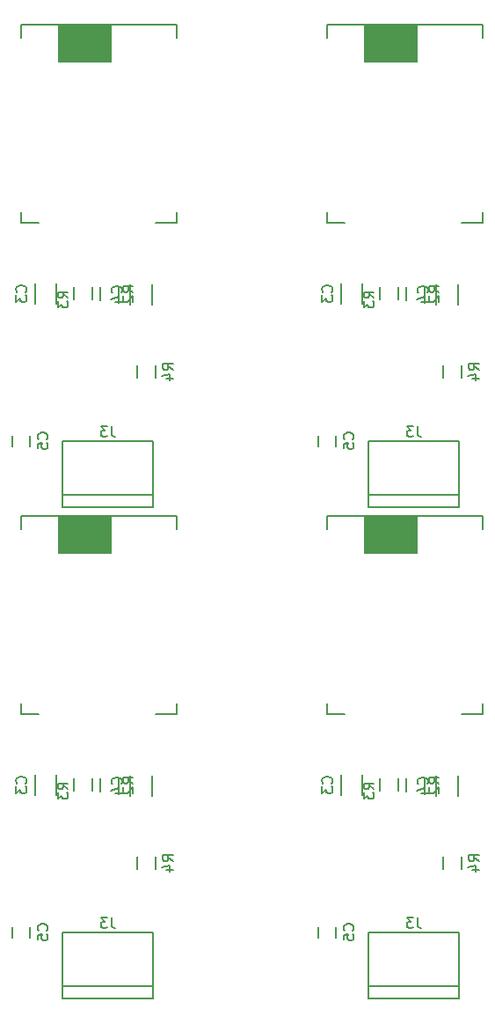
<source format=gbr>
G04 #@! TF.GenerationSoftware,KiCad,Pcbnew,5.0.0-rc2-dev-unknown-ce1bd4c~62~ubuntu16.04.1*
G04 #@! TF.CreationDate,2018-03-08T22:00:34+01:00*
G04 #@! TF.ProjectId,BM20_multi,424D32305F6D756C74692E6B69636164,rev?*
G04 #@! TF.SameCoordinates,Original*
G04 #@! TF.FileFunction,Legend,Bot*
G04 #@! TF.FilePolarity,Positive*
%FSLAX46Y46*%
G04 Gerber Fmt 4.6, Leading zero omitted, Abs format (unit mm)*
G04 Created by KiCad (PCBNEW 5.0.0-rc2-dev-unknown-ce1bd4c~62~ubuntu16.04.1) date Thu Mar  8 22:00:34 2018*
%MOMM*%
%LPD*%
G01*
G04 APERTURE LIST*
%ADD10C,0.150000*%
G04 APERTURE END LIST*
D10*
X111095900Y-120907300D02*
X111095900Y-122907300D01*
X109045900Y-122907300D02*
X109045900Y-120907300D01*
X112790000Y-121269200D02*
X112790000Y-122469200D01*
X114540000Y-122469200D02*
X114540000Y-121269200D01*
X106884100Y-136567800D02*
X106884100Y-135567800D01*
X108584100Y-135567800D02*
X108584100Y-136567800D01*
X115342700Y-121307300D02*
X115342700Y-122507300D01*
X117092700Y-122507300D02*
X117092700Y-121307300D01*
X118240700Y-122989600D02*
X118240700Y-120989600D01*
X120290700Y-120989600D02*
X120290700Y-122989600D01*
X120661400Y-130013000D02*
X120661400Y-128813000D01*
X118911400Y-128813000D02*
X118911400Y-130013000D01*
X120403500Y-142476060D02*
X120403500Y-136071060D01*
X111703500Y-141246060D02*
X120403500Y-141246060D01*
X111703500Y-136071060D02*
X111703500Y-142476060D01*
X120403500Y-136071060D02*
X111703500Y-136071060D01*
X120403500Y-142476060D02*
X111703500Y-142476060D01*
X122682000Y-97312000D02*
X122682000Y-96062000D01*
X107682000Y-97312000D02*
X107682000Y-96062000D01*
G36*
X116382000Y-96062000D02*
X111382000Y-96062000D01*
X111382000Y-99562000D01*
X116382000Y-99562000D01*
X116382000Y-96062000D01*
G37*
X116382000Y-96062000D02*
X111382000Y-96062000D01*
X111382000Y-99562000D01*
X116382000Y-99562000D01*
X116382000Y-96062000D01*
X111382000Y-99562000D02*
X111382000Y-96062000D01*
X116382000Y-99562000D02*
X111382000Y-99562000D01*
X116382000Y-96062000D02*
X116382000Y-99562000D01*
X122682000Y-96062000D02*
X107682000Y-96062000D01*
X107682000Y-115062000D02*
X109382000Y-115062000D01*
X107682000Y-114062000D02*
X107682000Y-115062000D01*
X122682000Y-115062000D02*
X120682000Y-115062000D01*
X122682000Y-114062000D02*
X122682000Y-115062000D01*
X140559900Y-120907300D02*
X140559900Y-122907300D01*
X138509900Y-122907300D02*
X138509900Y-120907300D01*
X142254000Y-121269200D02*
X142254000Y-122469200D01*
X144004000Y-122469200D02*
X144004000Y-121269200D01*
X136348100Y-136567800D02*
X136348100Y-135567800D01*
X138048100Y-135567800D02*
X138048100Y-136567800D01*
X144806700Y-121307300D02*
X144806700Y-122507300D01*
X146556700Y-122507300D02*
X146556700Y-121307300D01*
X147704700Y-122989600D02*
X147704700Y-120989600D01*
X149754700Y-120989600D02*
X149754700Y-122989600D01*
X150125400Y-130013000D02*
X150125400Y-128813000D01*
X148375400Y-128813000D02*
X148375400Y-130013000D01*
X149867500Y-142476060D02*
X149867500Y-136071060D01*
X141167500Y-141246060D02*
X149867500Y-141246060D01*
X141167500Y-136071060D02*
X141167500Y-142476060D01*
X149867500Y-136071060D02*
X141167500Y-136071060D01*
X149867500Y-142476060D02*
X141167500Y-142476060D01*
X152146000Y-97312000D02*
X152146000Y-96062000D01*
X137146000Y-97312000D02*
X137146000Y-96062000D01*
G36*
X145846000Y-96062000D02*
X140846000Y-96062000D01*
X140846000Y-99562000D01*
X145846000Y-99562000D01*
X145846000Y-96062000D01*
G37*
X145846000Y-96062000D02*
X140846000Y-96062000D01*
X140846000Y-99562000D01*
X145846000Y-99562000D01*
X145846000Y-96062000D01*
X140846000Y-99562000D02*
X140846000Y-96062000D01*
X145846000Y-99562000D02*
X140846000Y-99562000D01*
X145846000Y-96062000D02*
X145846000Y-99562000D01*
X152146000Y-96062000D02*
X137146000Y-96062000D01*
X137146000Y-115062000D02*
X138846000Y-115062000D01*
X137146000Y-114062000D02*
X137146000Y-115062000D01*
X152146000Y-115062000D02*
X150146000Y-115062000D01*
X152146000Y-114062000D02*
X152146000Y-115062000D01*
X140559900Y-73663300D02*
X140559900Y-75663300D01*
X138509900Y-75663300D02*
X138509900Y-73663300D01*
X142254000Y-74025200D02*
X142254000Y-75225200D01*
X144004000Y-75225200D02*
X144004000Y-74025200D01*
X136348100Y-89323800D02*
X136348100Y-88323800D01*
X138048100Y-88323800D02*
X138048100Y-89323800D01*
X144806700Y-74063300D02*
X144806700Y-75263300D01*
X146556700Y-75263300D02*
X146556700Y-74063300D01*
X147704700Y-75745600D02*
X147704700Y-73745600D01*
X149754700Y-73745600D02*
X149754700Y-75745600D01*
X150125400Y-82769000D02*
X150125400Y-81569000D01*
X148375400Y-81569000D02*
X148375400Y-82769000D01*
X149867500Y-95232060D02*
X149867500Y-88827060D01*
X141167500Y-94002060D02*
X149867500Y-94002060D01*
X141167500Y-88827060D02*
X141167500Y-95232060D01*
X149867500Y-88827060D02*
X141167500Y-88827060D01*
X149867500Y-95232060D02*
X141167500Y-95232060D01*
X152146000Y-50068000D02*
X152146000Y-48818000D01*
X137146000Y-50068000D02*
X137146000Y-48818000D01*
G36*
X145846000Y-48818000D02*
X140846000Y-48818000D01*
X140846000Y-52318000D01*
X145846000Y-52318000D01*
X145846000Y-48818000D01*
G37*
X145846000Y-48818000D02*
X140846000Y-48818000D01*
X140846000Y-52318000D01*
X145846000Y-52318000D01*
X145846000Y-48818000D01*
X140846000Y-52318000D02*
X140846000Y-48818000D01*
X145846000Y-52318000D02*
X140846000Y-52318000D01*
X145846000Y-48818000D02*
X145846000Y-52318000D01*
X152146000Y-48818000D02*
X137146000Y-48818000D01*
X137146000Y-67818000D02*
X138846000Y-67818000D01*
X137146000Y-66818000D02*
X137146000Y-67818000D01*
X152146000Y-67818000D02*
X150146000Y-67818000D01*
X152146000Y-66818000D02*
X152146000Y-67818000D01*
X122682000Y-66818000D02*
X122682000Y-67818000D01*
X122682000Y-67818000D02*
X120682000Y-67818000D01*
X107682000Y-66818000D02*
X107682000Y-67818000D01*
X107682000Y-67818000D02*
X109382000Y-67818000D01*
X122682000Y-48818000D02*
X107682000Y-48818000D01*
X116382000Y-48818000D02*
X116382000Y-52318000D01*
X116382000Y-52318000D02*
X111382000Y-52318000D01*
X111382000Y-52318000D02*
X111382000Y-48818000D01*
G36*
X116382000Y-48818000D02*
X111382000Y-48818000D01*
X111382000Y-52318000D01*
X116382000Y-52318000D01*
X116382000Y-48818000D01*
G37*
X116382000Y-48818000D02*
X111382000Y-48818000D01*
X111382000Y-52318000D01*
X116382000Y-52318000D01*
X116382000Y-48818000D01*
X107682000Y-50068000D02*
X107682000Y-48818000D01*
X122682000Y-50068000D02*
X122682000Y-48818000D01*
X109045900Y-75663300D02*
X109045900Y-73663300D01*
X111095900Y-73663300D02*
X111095900Y-75663300D01*
X120290700Y-73745600D02*
X120290700Y-75745600D01*
X118240700Y-75745600D02*
X118240700Y-73745600D01*
X108584100Y-88323800D02*
X108584100Y-89323800D01*
X106884100Y-89323800D02*
X106884100Y-88323800D01*
X117092700Y-75263300D02*
X117092700Y-74063300D01*
X115342700Y-74063300D02*
X115342700Y-75263300D01*
X114540000Y-75225200D02*
X114540000Y-74025200D01*
X112790000Y-74025200D02*
X112790000Y-75225200D01*
X118911400Y-81569000D02*
X118911400Y-82769000D01*
X120661400Y-82769000D02*
X120661400Y-81569000D01*
X120403500Y-95232060D02*
X111703500Y-95232060D01*
X120403500Y-88827060D02*
X111703500Y-88827060D01*
X111703500Y-88827060D02*
X111703500Y-95232060D01*
X111703500Y-94002060D02*
X120403500Y-94002060D01*
X120403500Y-95232060D02*
X120403500Y-88827060D01*
X108128042Y-121740633D02*
X108175661Y-121693014D01*
X108223280Y-121550157D01*
X108223280Y-121454919D01*
X108175661Y-121312061D01*
X108080423Y-121216823D01*
X107985185Y-121169204D01*
X107794709Y-121121585D01*
X107651852Y-121121585D01*
X107461376Y-121169204D01*
X107366138Y-121216823D01*
X107270900Y-121312061D01*
X107223280Y-121454919D01*
X107223280Y-121550157D01*
X107270900Y-121693014D01*
X107318519Y-121740633D01*
X107223280Y-122073966D02*
X107223280Y-122693014D01*
X107604233Y-122359680D01*
X107604233Y-122502538D01*
X107651852Y-122597776D01*
X107699471Y-122645395D01*
X107794709Y-122693014D01*
X108032804Y-122693014D01*
X108128042Y-122645395D01*
X108175661Y-122597776D01*
X108223280Y-122502538D01*
X108223280Y-122216823D01*
X108175661Y-122121585D01*
X108128042Y-122073966D01*
X112225080Y-122312133D02*
X111748890Y-121978800D01*
X112225080Y-121740704D02*
X111225080Y-121740704D01*
X111225080Y-122121657D01*
X111272700Y-122216895D01*
X111320319Y-122264514D01*
X111415557Y-122312133D01*
X111558414Y-122312133D01*
X111653652Y-122264514D01*
X111701271Y-122216895D01*
X111748890Y-122121657D01*
X111748890Y-121740704D01*
X111225080Y-122645466D02*
X111225080Y-123264514D01*
X111606033Y-122931180D01*
X111606033Y-123074038D01*
X111653652Y-123169276D01*
X111701271Y-123216895D01*
X111796509Y-123264514D01*
X112034604Y-123264514D01*
X112129842Y-123216895D01*
X112177461Y-123169276D01*
X112225080Y-123074038D01*
X112225080Y-122788323D01*
X112177461Y-122693085D01*
X112129842Y-122645466D01*
X110191242Y-135901133D02*
X110238861Y-135853514D01*
X110286480Y-135710657D01*
X110286480Y-135615419D01*
X110238861Y-135472561D01*
X110143623Y-135377323D01*
X110048385Y-135329704D01*
X109857909Y-135282085D01*
X109715052Y-135282085D01*
X109524576Y-135329704D01*
X109429338Y-135377323D01*
X109334100Y-135472561D01*
X109286480Y-135615419D01*
X109286480Y-135710657D01*
X109334100Y-135853514D01*
X109381719Y-135901133D01*
X109286480Y-136805895D02*
X109286480Y-136329704D01*
X109762671Y-136282085D01*
X109715052Y-136329704D01*
X109667433Y-136424942D01*
X109667433Y-136663038D01*
X109715052Y-136758276D01*
X109762671Y-136805895D01*
X109857909Y-136853514D01*
X110096004Y-136853514D01*
X110191242Y-136805895D01*
X110238861Y-136758276D01*
X110286480Y-136663038D01*
X110286480Y-136424942D01*
X110238861Y-136329704D01*
X110191242Y-136282085D01*
X118498880Y-121778733D02*
X118022690Y-121445400D01*
X118498880Y-121207304D02*
X117498880Y-121207304D01*
X117498880Y-121588257D01*
X117546500Y-121683495D01*
X117594119Y-121731114D01*
X117689357Y-121778733D01*
X117832214Y-121778733D01*
X117927452Y-121731114D01*
X117975071Y-121683495D01*
X118022690Y-121588257D01*
X118022690Y-121207304D01*
X117594119Y-122159685D02*
X117546500Y-122207304D01*
X117498880Y-122302542D01*
X117498880Y-122540638D01*
X117546500Y-122635876D01*
X117594119Y-122683495D01*
X117689357Y-122731114D01*
X117784595Y-122731114D01*
X117927452Y-122683495D01*
X118498880Y-122112066D01*
X118498880Y-122731114D01*
X117322842Y-121822933D02*
X117370461Y-121775314D01*
X117418080Y-121632457D01*
X117418080Y-121537219D01*
X117370461Y-121394361D01*
X117275223Y-121299123D01*
X117179985Y-121251504D01*
X116989509Y-121203885D01*
X116846652Y-121203885D01*
X116656176Y-121251504D01*
X116560938Y-121299123D01*
X116465700Y-121394361D01*
X116418080Y-121537219D01*
X116418080Y-121632457D01*
X116465700Y-121775314D01*
X116513319Y-121822933D01*
X116751414Y-122680076D02*
X117418080Y-122680076D01*
X116370461Y-122441980D02*
X117084747Y-122203885D01*
X117084747Y-122822933D01*
X122338780Y-129246333D02*
X121862590Y-128913000D01*
X122338780Y-128674904D02*
X121338780Y-128674904D01*
X121338780Y-129055857D01*
X121386400Y-129151095D01*
X121434019Y-129198714D01*
X121529257Y-129246333D01*
X121672114Y-129246333D01*
X121767352Y-129198714D01*
X121814971Y-129151095D01*
X121862590Y-129055857D01*
X121862590Y-128674904D01*
X121672114Y-130103476D02*
X122338780Y-130103476D01*
X121291161Y-129865380D02*
X122005447Y-129627285D01*
X122005447Y-130246333D01*
X116385933Y-134660980D02*
X116385933Y-135375266D01*
X116433552Y-135518123D01*
X116528790Y-135613361D01*
X116671647Y-135660980D01*
X116766885Y-135660980D01*
X116004980Y-134660980D02*
X115385933Y-134660980D01*
X115719266Y-135041933D01*
X115576409Y-135041933D01*
X115481171Y-135089552D01*
X115433552Y-135137171D01*
X115385933Y-135232409D01*
X115385933Y-135470504D01*
X115433552Y-135565742D01*
X115481171Y-135613361D01*
X115576409Y-135660980D01*
X115862123Y-135660980D01*
X115957361Y-135613361D01*
X116004980Y-135565742D01*
X137592042Y-121740633D02*
X137639661Y-121693014D01*
X137687280Y-121550157D01*
X137687280Y-121454919D01*
X137639661Y-121312061D01*
X137544423Y-121216823D01*
X137449185Y-121169204D01*
X137258709Y-121121585D01*
X137115852Y-121121585D01*
X136925376Y-121169204D01*
X136830138Y-121216823D01*
X136734900Y-121312061D01*
X136687280Y-121454919D01*
X136687280Y-121550157D01*
X136734900Y-121693014D01*
X136782519Y-121740633D01*
X136687280Y-122073966D02*
X136687280Y-122693014D01*
X137068233Y-122359680D01*
X137068233Y-122502538D01*
X137115852Y-122597776D01*
X137163471Y-122645395D01*
X137258709Y-122693014D01*
X137496804Y-122693014D01*
X137592042Y-122645395D01*
X137639661Y-122597776D01*
X137687280Y-122502538D01*
X137687280Y-122216823D01*
X137639661Y-122121585D01*
X137592042Y-122073966D01*
X141689080Y-122312133D02*
X141212890Y-121978800D01*
X141689080Y-121740704D02*
X140689080Y-121740704D01*
X140689080Y-122121657D01*
X140736700Y-122216895D01*
X140784319Y-122264514D01*
X140879557Y-122312133D01*
X141022414Y-122312133D01*
X141117652Y-122264514D01*
X141165271Y-122216895D01*
X141212890Y-122121657D01*
X141212890Y-121740704D01*
X140689080Y-122645466D02*
X140689080Y-123264514D01*
X141070033Y-122931180D01*
X141070033Y-123074038D01*
X141117652Y-123169276D01*
X141165271Y-123216895D01*
X141260509Y-123264514D01*
X141498604Y-123264514D01*
X141593842Y-123216895D01*
X141641461Y-123169276D01*
X141689080Y-123074038D01*
X141689080Y-122788323D01*
X141641461Y-122693085D01*
X141593842Y-122645466D01*
X139655242Y-135901133D02*
X139702861Y-135853514D01*
X139750480Y-135710657D01*
X139750480Y-135615419D01*
X139702861Y-135472561D01*
X139607623Y-135377323D01*
X139512385Y-135329704D01*
X139321909Y-135282085D01*
X139179052Y-135282085D01*
X138988576Y-135329704D01*
X138893338Y-135377323D01*
X138798100Y-135472561D01*
X138750480Y-135615419D01*
X138750480Y-135710657D01*
X138798100Y-135853514D01*
X138845719Y-135901133D01*
X138750480Y-136805895D02*
X138750480Y-136329704D01*
X139226671Y-136282085D01*
X139179052Y-136329704D01*
X139131433Y-136424942D01*
X139131433Y-136663038D01*
X139179052Y-136758276D01*
X139226671Y-136805895D01*
X139321909Y-136853514D01*
X139560004Y-136853514D01*
X139655242Y-136805895D01*
X139702861Y-136758276D01*
X139750480Y-136663038D01*
X139750480Y-136424942D01*
X139702861Y-136329704D01*
X139655242Y-136282085D01*
X147962880Y-121778733D02*
X147486690Y-121445400D01*
X147962880Y-121207304D02*
X146962880Y-121207304D01*
X146962880Y-121588257D01*
X147010500Y-121683495D01*
X147058119Y-121731114D01*
X147153357Y-121778733D01*
X147296214Y-121778733D01*
X147391452Y-121731114D01*
X147439071Y-121683495D01*
X147486690Y-121588257D01*
X147486690Y-121207304D01*
X147058119Y-122159685D02*
X147010500Y-122207304D01*
X146962880Y-122302542D01*
X146962880Y-122540638D01*
X147010500Y-122635876D01*
X147058119Y-122683495D01*
X147153357Y-122731114D01*
X147248595Y-122731114D01*
X147391452Y-122683495D01*
X147962880Y-122112066D01*
X147962880Y-122731114D01*
X146786842Y-121822933D02*
X146834461Y-121775314D01*
X146882080Y-121632457D01*
X146882080Y-121537219D01*
X146834461Y-121394361D01*
X146739223Y-121299123D01*
X146643985Y-121251504D01*
X146453509Y-121203885D01*
X146310652Y-121203885D01*
X146120176Y-121251504D01*
X146024938Y-121299123D01*
X145929700Y-121394361D01*
X145882080Y-121537219D01*
X145882080Y-121632457D01*
X145929700Y-121775314D01*
X145977319Y-121822933D01*
X146215414Y-122680076D02*
X146882080Y-122680076D01*
X145834461Y-122441980D02*
X146548747Y-122203885D01*
X146548747Y-122822933D01*
X151802780Y-129246333D02*
X151326590Y-128913000D01*
X151802780Y-128674904D02*
X150802780Y-128674904D01*
X150802780Y-129055857D01*
X150850400Y-129151095D01*
X150898019Y-129198714D01*
X150993257Y-129246333D01*
X151136114Y-129246333D01*
X151231352Y-129198714D01*
X151278971Y-129151095D01*
X151326590Y-129055857D01*
X151326590Y-128674904D01*
X151136114Y-130103476D02*
X151802780Y-130103476D01*
X150755161Y-129865380D02*
X151469447Y-129627285D01*
X151469447Y-130246333D01*
X145849933Y-134660980D02*
X145849933Y-135375266D01*
X145897552Y-135518123D01*
X145992790Y-135613361D01*
X146135647Y-135660980D01*
X146230885Y-135660980D01*
X145468980Y-134660980D02*
X144849933Y-134660980D01*
X145183266Y-135041933D01*
X145040409Y-135041933D01*
X144945171Y-135089552D01*
X144897552Y-135137171D01*
X144849933Y-135232409D01*
X144849933Y-135470504D01*
X144897552Y-135565742D01*
X144945171Y-135613361D01*
X145040409Y-135660980D01*
X145326123Y-135660980D01*
X145421361Y-135613361D01*
X145468980Y-135565742D01*
X137592042Y-74496633D02*
X137639661Y-74449014D01*
X137687280Y-74306157D01*
X137687280Y-74210919D01*
X137639661Y-74068061D01*
X137544423Y-73972823D01*
X137449185Y-73925204D01*
X137258709Y-73877585D01*
X137115852Y-73877585D01*
X136925376Y-73925204D01*
X136830138Y-73972823D01*
X136734900Y-74068061D01*
X136687280Y-74210919D01*
X136687280Y-74306157D01*
X136734900Y-74449014D01*
X136782519Y-74496633D01*
X136687280Y-74829966D02*
X136687280Y-75449014D01*
X137068233Y-75115680D01*
X137068233Y-75258538D01*
X137115852Y-75353776D01*
X137163471Y-75401395D01*
X137258709Y-75449014D01*
X137496804Y-75449014D01*
X137592042Y-75401395D01*
X137639661Y-75353776D01*
X137687280Y-75258538D01*
X137687280Y-74972823D01*
X137639661Y-74877585D01*
X137592042Y-74829966D01*
X141689080Y-75068133D02*
X141212890Y-74734800D01*
X141689080Y-74496704D02*
X140689080Y-74496704D01*
X140689080Y-74877657D01*
X140736700Y-74972895D01*
X140784319Y-75020514D01*
X140879557Y-75068133D01*
X141022414Y-75068133D01*
X141117652Y-75020514D01*
X141165271Y-74972895D01*
X141212890Y-74877657D01*
X141212890Y-74496704D01*
X140689080Y-75401466D02*
X140689080Y-76020514D01*
X141070033Y-75687180D01*
X141070033Y-75830038D01*
X141117652Y-75925276D01*
X141165271Y-75972895D01*
X141260509Y-76020514D01*
X141498604Y-76020514D01*
X141593842Y-75972895D01*
X141641461Y-75925276D01*
X141689080Y-75830038D01*
X141689080Y-75544323D01*
X141641461Y-75449085D01*
X141593842Y-75401466D01*
X139655242Y-88657133D02*
X139702861Y-88609514D01*
X139750480Y-88466657D01*
X139750480Y-88371419D01*
X139702861Y-88228561D01*
X139607623Y-88133323D01*
X139512385Y-88085704D01*
X139321909Y-88038085D01*
X139179052Y-88038085D01*
X138988576Y-88085704D01*
X138893338Y-88133323D01*
X138798100Y-88228561D01*
X138750480Y-88371419D01*
X138750480Y-88466657D01*
X138798100Y-88609514D01*
X138845719Y-88657133D01*
X138750480Y-89561895D02*
X138750480Y-89085704D01*
X139226671Y-89038085D01*
X139179052Y-89085704D01*
X139131433Y-89180942D01*
X139131433Y-89419038D01*
X139179052Y-89514276D01*
X139226671Y-89561895D01*
X139321909Y-89609514D01*
X139560004Y-89609514D01*
X139655242Y-89561895D01*
X139702861Y-89514276D01*
X139750480Y-89419038D01*
X139750480Y-89180942D01*
X139702861Y-89085704D01*
X139655242Y-89038085D01*
X147962880Y-74534733D02*
X147486690Y-74201400D01*
X147962880Y-73963304D02*
X146962880Y-73963304D01*
X146962880Y-74344257D01*
X147010500Y-74439495D01*
X147058119Y-74487114D01*
X147153357Y-74534733D01*
X147296214Y-74534733D01*
X147391452Y-74487114D01*
X147439071Y-74439495D01*
X147486690Y-74344257D01*
X147486690Y-73963304D01*
X147058119Y-74915685D02*
X147010500Y-74963304D01*
X146962880Y-75058542D01*
X146962880Y-75296638D01*
X147010500Y-75391876D01*
X147058119Y-75439495D01*
X147153357Y-75487114D01*
X147248595Y-75487114D01*
X147391452Y-75439495D01*
X147962880Y-74868066D01*
X147962880Y-75487114D01*
X146786842Y-74578933D02*
X146834461Y-74531314D01*
X146882080Y-74388457D01*
X146882080Y-74293219D01*
X146834461Y-74150361D01*
X146739223Y-74055123D01*
X146643985Y-74007504D01*
X146453509Y-73959885D01*
X146310652Y-73959885D01*
X146120176Y-74007504D01*
X146024938Y-74055123D01*
X145929700Y-74150361D01*
X145882080Y-74293219D01*
X145882080Y-74388457D01*
X145929700Y-74531314D01*
X145977319Y-74578933D01*
X146215414Y-75436076D02*
X146882080Y-75436076D01*
X145834461Y-75197980D02*
X146548747Y-74959885D01*
X146548747Y-75578933D01*
X151802780Y-82002333D02*
X151326590Y-81669000D01*
X151802780Y-81430904D02*
X150802780Y-81430904D01*
X150802780Y-81811857D01*
X150850400Y-81907095D01*
X150898019Y-81954714D01*
X150993257Y-82002333D01*
X151136114Y-82002333D01*
X151231352Y-81954714D01*
X151278971Y-81907095D01*
X151326590Y-81811857D01*
X151326590Y-81430904D01*
X151136114Y-82859476D02*
X151802780Y-82859476D01*
X150755161Y-82621380D02*
X151469447Y-82383285D01*
X151469447Y-83002333D01*
X145849933Y-87416980D02*
X145849933Y-88131266D01*
X145897552Y-88274123D01*
X145992790Y-88369361D01*
X146135647Y-88416980D01*
X146230885Y-88416980D01*
X145468980Y-87416980D02*
X144849933Y-87416980D01*
X145183266Y-87797933D01*
X145040409Y-87797933D01*
X144945171Y-87845552D01*
X144897552Y-87893171D01*
X144849933Y-87988409D01*
X144849933Y-88226504D01*
X144897552Y-88321742D01*
X144945171Y-88369361D01*
X145040409Y-88416980D01*
X145326123Y-88416980D01*
X145421361Y-88369361D01*
X145468980Y-88321742D01*
X108128042Y-74496633D02*
X108175661Y-74449014D01*
X108223280Y-74306157D01*
X108223280Y-74210919D01*
X108175661Y-74068061D01*
X108080423Y-73972823D01*
X107985185Y-73925204D01*
X107794709Y-73877585D01*
X107651852Y-73877585D01*
X107461376Y-73925204D01*
X107366138Y-73972823D01*
X107270900Y-74068061D01*
X107223280Y-74210919D01*
X107223280Y-74306157D01*
X107270900Y-74449014D01*
X107318519Y-74496633D01*
X107223280Y-74829966D02*
X107223280Y-75449014D01*
X107604233Y-75115680D01*
X107604233Y-75258538D01*
X107651852Y-75353776D01*
X107699471Y-75401395D01*
X107794709Y-75449014D01*
X108032804Y-75449014D01*
X108128042Y-75401395D01*
X108175661Y-75353776D01*
X108223280Y-75258538D01*
X108223280Y-74972823D01*
X108175661Y-74877585D01*
X108128042Y-74829966D01*
X117322842Y-74578933D02*
X117370461Y-74531314D01*
X117418080Y-74388457D01*
X117418080Y-74293219D01*
X117370461Y-74150361D01*
X117275223Y-74055123D01*
X117179985Y-74007504D01*
X116989509Y-73959885D01*
X116846652Y-73959885D01*
X116656176Y-74007504D01*
X116560938Y-74055123D01*
X116465700Y-74150361D01*
X116418080Y-74293219D01*
X116418080Y-74388457D01*
X116465700Y-74531314D01*
X116513319Y-74578933D01*
X116751414Y-75436076D02*
X117418080Y-75436076D01*
X116370461Y-75197980D02*
X117084747Y-74959885D01*
X117084747Y-75578933D01*
X110191242Y-88657133D02*
X110238861Y-88609514D01*
X110286480Y-88466657D01*
X110286480Y-88371419D01*
X110238861Y-88228561D01*
X110143623Y-88133323D01*
X110048385Y-88085704D01*
X109857909Y-88038085D01*
X109715052Y-88038085D01*
X109524576Y-88085704D01*
X109429338Y-88133323D01*
X109334100Y-88228561D01*
X109286480Y-88371419D01*
X109286480Y-88466657D01*
X109334100Y-88609514D01*
X109381719Y-88657133D01*
X109286480Y-89561895D02*
X109286480Y-89085704D01*
X109762671Y-89038085D01*
X109715052Y-89085704D01*
X109667433Y-89180942D01*
X109667433Y-89419038D01*
X109715052Y-89514276D01*
X109762671Y-89561895D01*
X109857909Y-89609514D01*
X110096004Y-89609514D01*
X110191242Y-89561895D01*
X110238861Y-89514276D01*
X110286480Y-89419038D01*
X110286480Y-89180942D01*
X110238861Y-89085704D01*
X110191242Y-89038085D01*
X118498880Y-74534733D02*
X118022690Y-74201400D01*
X118498880Y-73963304D02*
X117498880Y-73963304D01*
X117498880Y-74344257D01*
X117546500Y-74439495D01*
X117594119Y-74487114D01*
X117689357Y-74534733D01*
X117832214Y-74534733D01*
X117927452Y-74487114D01*
X117975071Y-74439495D01*
X118022690Y-74344257D01*
X118022690Y-73963304D01*
X117594119Y-74915685D02*
X117546500Y-74963304D01*
X117498880Y-75058542D01*
X117498880Y-75296638D01*
X117546500Y-75391876D01*
X117594119Y-75439495D01*
X117689357Y-75487114D01*
X117784595Y-75487114D01*
X117927452Y-75439495D01*
X118498880Y-74868066D01*
X118498880Y-75487114D01*
X112225080Y-75068133D02*
X111748890Y-74734800D01*
X112225080Y-74496704D02*
X111225080Y-74496704D01*
X111225080Y-74877657D01*
X111272700Y-74972895D01*
X111320319Y-75020514D01*
X111415557Y-75068133D01*
X111558414Y-75068133D01*
X111653652Y-75020514D01*
X111701271Y-74972895D01*
X111748890Y-74877657D01*
X111748890Y-74496704D01*
X111225080Y-75401466D02*
X111225080Y-76020514D01*
X111606033Y-75687180D01*
X111606033Y-75830038D01*
X111653652Y-75925276D01*
X111701271Y-75972895D01*
X111796509Y-76020514D01*
X112034604Y-76020514D01*
X112129842Y-75972895D01*
X112177461Y-75925276D01*
X112225080Y-75830038D01*
X112225080Y-75544323D01*
X112177461Y-75449085D01*
X112129842Y-75401466D01*
X122338780Y-82002333D02*
X121862590Y-81669000D01*
X122338780Y-81430904D02*
X121338780Y-81430904D01*
X121338780Y-81811857D01*
X121386400Y-81907095D01*
X121434019Y-81954714D01*
X121529257Y-82002333D01*
X121672114Y-82002333D01*
X121767352Y-81954714D01*
X121814971Y-81907095D01*
X121862590Y-81811857D01*
X121862590Y-81430904D01*
X121672114Y-82859476D02*
X122338780Y-82859476D01*
X121291161Y-82621380D02*
X122005447Y-82383285D01*
X122005447Y-83002333D01*
X116385933Y-87416980D02*
X116385933Y-88131266D01*
X116433552Y-88274123D01*
X116528790Y-88369361D01*
X116671647Y-88416980D01*
X116766885Y-88416980D01*
X116004980Y-87416980D02*
X115385933Y-87416980D01*
X115719266Y-87797933D01*
X115576409Y-87797933D01*
X115481171Y-87845552D01*
X115433552Y-87893171D01*
X115385933Y-87988409D01*
X115385933Y-88226504D01*
X115433552Y-88321742D01*
X115481171Y-88369361D01*
X115576409Y-88416980D01*
X115862123Y-88416980D01*
X115957361Y-88369361D01*
X116004980Y-88321742D01*
M02*

</source>
